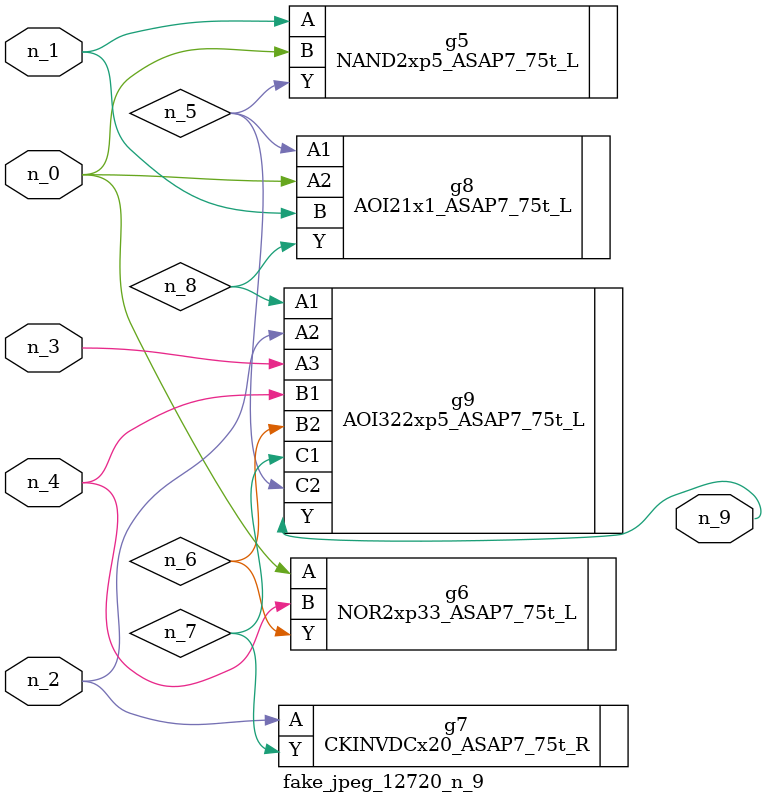
<source format=v>
module fake_jpeg_12720_n_9 (n_3, n_2, n_1, n_0, n_4, n_9);

input n_3;
input n_2;
input n_1;
input n_0;
input n_4;

output n_9;

wire n_8;
wire n_6;
wire n_5;
wire n_7;

NAND2xp5_ASAP7_75t_L g5 ( 
.A(n_1),
.B(n_0),
.Y(n_5)
);

NOR2xp33_ASAP7_75t_L g6 ( 
.A(n_0),
.B(n_4),
.Y(n_6)
);

CKINVDCx20_ASAP7_75t_R g7 ( 
.A(n_2),
.Y(n_7)
);

AOI21x1_ASAP7_75t_L g8 ( 
.A1(n_5),
.A2(n_0),
.B(n_1),
.Y(n_8)
);

AOI322xp5_ASAP7_75t_L g9 ( 
.A1(n_8),
.A2(n_2),
.A3(n_3),
.B1(n_4),
.B2(n_6),
.C1(n_7),
.C2(n_5),
.Y(n_9)
);


endmodule
</source>
